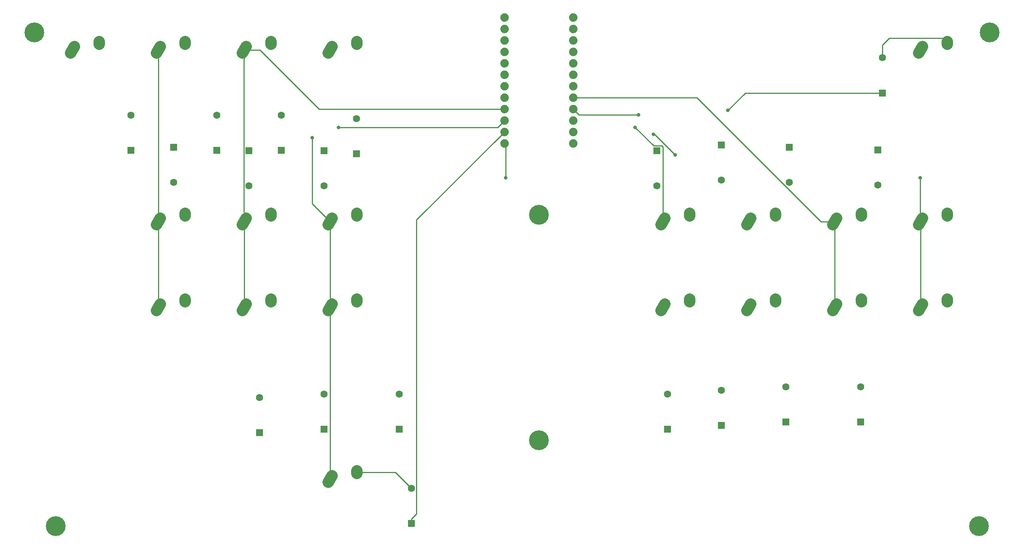
<source format=gtl>
G04 #@! TF.GenerationSoftware,KiCad,Pcbnew,5.0.1*
G04 #@! TF.CreationDate,2018-11-29T02:11:47-05:00*
G04 #@! TF.ProjectId,fightkeyb-pcb,66696768746B6579622D7063622E6B69,rev?*
G04 #@! TF.SameCoordinates,Original*
G04 #@! TF.FileFunction,Copper,L1,Top,Signal*
G04 #@! TF.FilePolarity,Positive*
%FSLAX46Y46*%
G04 Gerber Fmt 4.6, Leading zero omitted, Abs format (unit mm)*
G04 Created by KiCad (PCBNEW 5.0.1) date Thu 29 Nov 2018 02:11:47 AM EST*
%MOMM*%
%LPD*%
G01*
G04 APERTURE LIST*
G04 #@! TA.AperFunction,ComponentPad*
%ADD10C,1.879600*%
G04 #@! TD*
G04 #@! TA.AperFunction,ComponentPad*
%ADD11C,1.600000*%
G04 #@! TD*
G04 #@! TA.AperFunction,ComponentPad*
%ADD12R,1.600000X1.600000*%
G04 #@! TD*
G04 #@! TA.AperFunction,ComponentPad*
%ADD13C,2.500000*%
G04 #@! TD*
G04 #@! TA.AperFunction,Conductor*
%ADD14C,2.500000*%
G04 #@! TD*
G04 #@! TA.AperFunction,ComponentPad*
%ADD15C,4.400000*%
G04 #@! TD*
G04 #@! TA.AperFunction,ViaPad*
%ADD16C,0.800000*%
G04 #@! TD*
G04 #@! TA.AperFunction,Conductor*
%ADD17C,0.250000*%
G04 #@! TD*
G04 APERTURE END LIST*
D10*
G04 #@! TO.P,M2,24*
G04 #@! TO.N,Net-(M2-Pad24)*
X164782500Y-22860000D03*
G04 #@! TO.P,M2,23*
G04 #@! TO.N,Net-(M1-PadP$4)*
X164782500Y-25400000D03*
G04 #@! TO.P,M2,22*
G04 #@! TO.N,Net-(M1-PadP$3)*
X164782500Y-27940000D03*
G04 #@! TO.P,M2,21*
G04 #@! TO.N,Net-(M2-Pad21)*
X164782500Y-30480000D03*
G04 #@! TO.P,M2,20*
G04 #@! TO.N,Net-(M2-Pad20)*
X164782500Y-33020000D03*
G04 #@! TO.P,M2,19*
G04 #@! TO.N,Net-(K10-Pad1)*
X164782500Y-35560000D03*
G04 #@! TO.P,M2,18*
G04 #@! TO.N,Net-(K11-Pad1)*
X164782500Y-38100000D03*
G04 #@! TO.P,M2,17*
G04 #@! TO.N,Net-(K12-Pad1)*
X164782500Y-40640000D03*
G04 #@! TO.P,M2,16*
G04 #@! TO.N,Net-(D1-Pad1)*
X164782500Y-43180000D03*
G04 #@! TO.P,M2,15*
G04 #@! TO.N,Net-(D10-Pad1)*
X164782500Y-45720000D03*
G04 #@! TO.P,M2,14*
G04 #@! TO.N,Net-(M2-Pad14)*
X164782500Y-48260000D03*
G04 #@! TO.P,M2,13*
G04 #@! TO.N,Net-(M2-Pad13)*
X164782500Y-50800000D03*
G04 #@! TO.P,M2,12*
G04 #@! TO.N,Net-(D13-Pad1)*
X149542500Y-50800000D03*
G04 #@! TO.P,M2,11*
G04 #@! TO.N,Net-(D20-Pad1)*
X149542500Y-48260000D03*
G04 #@! TO.P,M2,10*
G04 #@! TO.N,Net-(K16-Pad1)*
X149542500Y-45720000D03*
G04 #@! TO.P,M2,9*
G04 #@! TO.N,Net-(K15-Pad1)*
X149542500Y-43180000D03*
G04 #@! TO.P,M2,8*
G04 #@! TO.N,Net-(K14-Pad1)*
X149542500Y-40640000D03*
G04 #@! TO.P,M2,7*
G04 #@! TO.N,Net-(K2-Pad1)*
X149542500Y-38100000D03*
G04 #@! TO.P,M2,6*
G04 #@! TO.N,Net-(M2-Pad6)*
X149542500Y-35560000D03*
G04 #@! TO.P,M2,5*
G04 #@! TO.N,Net-(M2-Pad5)*
X149542500Y-33020000D03*
G04 #@! TO.P,M2,4*
G04 #@! TO.N,Net-(M2-Pad4)*
X149542500Y-30480000D03*
G04 #@! TO.P,M2,3*
G04 #@! TO.N,Net-(M2-Pad3)*
X149542500Y-27940000D03*
G04 #@! TO.P,M2,2*
G04 #@! TO.N,Net-(M2-Pad2)*
X149542500Y-25400000D03*
G04 #@! TO.P,M2,1*
G04 #@! TO.N,Net-(M2-Pad1)*
X149542500Y-22860000D03*
G04 #@! TD*
D11*
G04 #@! TO.P,D1,2*
G04 #@! TO.N,Net-(D1-Pad2)*
X66675000Y-44531250D03*
D12*
G04 #@! TO.P,D1,1*
G04 #@! TO.N,Net-(D1-Pad1)*
X66675000Y-52331250D03*
G04 #@! TD*
G04 #@! TO.P,D2,1*
G04 #@! TO.N,Net-(D1-Pad1)*
X85725000Y-52331250D03*
D11*
G04 #@! TO.P,D2,2*
G04 #@! TO.N,Net-(D2-Pad2)*
X85725000Y-44531250D03*
G04 #@! TD*
G04 #@! TO.P,D3,2*
G04 #@! TO.N,Net-(D3-Pad2)*
X100012500Y-44531250D03*
D12*
G04 #@! TO.P,D3,1*
G04 #@! TO.N,Net-(D1-Pad1)*
X100012500Y-52331250D03*
G04 #@! TD*
G04 #@! TO.P,D4,1*
G04 #@! TO.N,Net-(D1-Pad1)*
X116681250Y-53100000D03*
D11*
G04 #@! TO.P,D4,2*
G04 #@! TO.N,Net-(D4-Pad2)*
X116681250Y-45300000D03*
G04 #@! TD*
G04 #@! TO.P,D5,2*
G04 #@! TO.N,Net-(D5-Pad2)*
X233362500Y-31818750D03*
D12*
G04 #@! TO.P,D5,1*
G04 #@! TO.N,Net-(D1-Pad1)*
X233362500Y-39618750D03*
G04 #@! TD*
D11*
G04 #@! TO.P,D6,2*
G04 #@! TO.N,Net-(D6-Pad2)*
X76200000Y-59475000D03*
D12*
G04 #@! TO.P,D6,1*
G04 #@! TO.N,Net-(D10-Pad1)*
X76200000Y-51675000D03*
G04 #@! TD*
G04 #@! TO.P,D7,1*
G04 #@! TO.N,Net-(D10-Pad1)*
X92868750Y-52443750D03*
D11*
G04 #@! TO.P,D7,2*
G04 #@! TO.N,Net-(D7-Pad2)*
X92868750Y-60243750D03*
G04 #@! TD*
G04 #@! TO.P,D8,2*
G04 #@! TO.N,Net-(D8-Pad2)*
X109537500Y-60243750D03*
D12*
G04 #@! TO.P,D8,1*
G04 #@! TO.N,Net-(D10-Pad1)*
X109537500Y-52443750D03*
G04 #@! TD*
G04 #@! TO.P,D9,1*
G04 #@! TO.N,Net-(D10-Pad1)*
X183356250Y-52443750D03*
D11*
G04 #@! TO.P,D9,2*
G04 #@! TO.N,Net-(D9-Pad2)*
X183356250Y-60243750D03*
G04 #@! TD*
G04 #@! TO.P,D10,2*
G04 #@! TO.N,Net-(D10-Pad2)*
X197643750Y-58987500D03*
D12*
G04 #@! TO.P,D10,1*
G04 #@! TO.N,Net-(D10-Pad1)*
X197643750Y-51187500D03*
G04 #@! TD*
G04 #@! TO.P,D11,1*
G04 #@! TO.N,Net-(D10-Pad1)*
X212725000Y-51650000D03*
D11*
G04 #@! TO.P,D11,2*
G04 #@! TO.N,Net-(D11-Pad2)*
X212725000Y-59450000D03*
G04 #@! TD*
D12*
G04 #@! TO.P,D12,1*
G04 #@! TO.N,Net-(D10-Pad1)*
X232410000Y-52285000D03*
D11*
G04 #@! TO.P,D12,2*
G04 #@! TO.N,Net-(D12-Pad2)*
X232410000Y-60085000D03*
G04 #@! TD*
D12*
G04 #@! TO.P,D13,1*
G04 #@! TO.N,Net-(D13-Pad1)*
X95250000Y-115012500D03*
D11*
G04 #@! TO.P,D13,2*
G04 #@! TO.N,Net-(D13-Pad2)*
X95250000Y-107212500D03*
G04 #@! TD*
G04 #@! TO.P,D14,2*
G04 #@! TO.N,Net-(D14-Pad2)*
X109537500Y-106443750D03*
D12*
G04 #@! TO.P,D14,1*
G04 #@! TO.N,Net-(D13-Pad1)*
X109537500Y-114243750D03*
G04 #@! TD*
G04 #@! TO.P,D15,1*
G04 #@! TO.N,Net-(D13-Pad1)*
X126206250Y-114243750D03*
D11*
G04 #@! TO.P,D15,2*
G04 #@! TO.N,Net-(D15-Pad2)*
X126206250Y-106443750D03*
G04 #@! TD*
G04 #@! TO.P,D16,2*
G04 #@! TO.N,Net-(D16-Pad2)*
X185737500Y-106443750D03*
D12*
G04 #@! TO.P,D16,1*
G04 #@! TO.N,Net-(D13-Pad1)*
X185737500Y-114243750D03*
G04 #@! TD*
G04 #@! TO.P,D17,1*
G04 #@! TO.N,Net-(D13-Pad1)*
X197643750Y-113437500D03*
D11*
G04 #@! TO.P,D17,2*
G04 #@! TO.N,Net-(D17-Pad2)*
X197643750Y-105637500D03*
G04 #@! TD*
G04 #@! TO.P,D18,2*
G04 #@! TO.N,Net-(D18-Pad2)*
X211931250Y-104831250D03*
D12*
G04 #@! TO.P,D18,1*
G04 #@! TO.N,Net-(D13-Pad1)*
X211931250Y-112631250D03*
G04 #@! TD*
G04 #@! TO.P,D19,1*
G04 #@! TO.N,Net-(D13-Pad1)*
X228600000Y-112631250D03*
D11*
G04 #@! TO.P,D19,2*
G04 #@! TO.N,Net-(D19-Pad2)*
X228600000Y-104831250D03*
G04 #@! TD*
G04 #@! TO.P,D20,2*
G04 #@! TO.N,Net-(D20-Pad2)*
X128905000Y-127385000D03*
D12*
G04 #@! TO.P,D20,1*
G04 #@! TO.N,Net-(D20-Pad1)*
X128905000Y-135185000D03*
G04 #@! TD*
D13*
G04 #@! TO.P,K2,1*
G04 #@! TO.N,Net-(K2-Pad1)*
X53745000Y-30067500D03*
D14*
G04 #@! TD*
G04 #@! TO.N,Net-(K2-Pad1)*
G04 #@! TO.C,K2*
X54150453Y-29337546D02*
X53339547Y-30797454D01*
D13*
G04 #@! TO.P,K2,2*
G04 #@! TO.N,Net-(D1-Pad2)*
X59670000Y-28547500D03*
D14*
G04 #@! TD*
G04 #@! TO.N,Net-(D1-Pad2)*
G04 #@! TO.C,K2*
X59689724Y-28258172D02*
X59650276Y-28836828D01*
D13*
G04 #@! TO.P,K3,2*
G04 #@! TO.N,Net-(D2-Pad2)*
X78720000Y-28547500D03*
D14*
G04 #@! TD*
G04 #@! TO.N,Net-(D2-Pad2)*
G04 #@! TO.C,K3*
X78739724Y-28258172D02*
X78700276Y-28836828D01*
D13*
G04 #@! TO.P,K3,1*
G04 #@! TO.N,Net-(K14-Pad1)*
X72795000Y-30067500D03*
D14*
G04 #@! TD*
G04 #@! TO.N,Net-(K14-Pad1)*
G04 #@! TO.C,K3*
X73200453Y-29337546D02*
X72389547Y-30797454D01*
D13*
G04 #@! TO.P,K4,1*
G04 #@! TO.N,Net-(K15-Pad1)*
X91845000Y-30067500D03*
D14*
G04 #@! TD*
G04 #@! TO.N,Net-(K15-Pad1)*
G04 #@! TO.C,K4*
X92250453Y-29337546D02*
X91439547Y-30797454D01*
D13*
G04 #@! TO.P,K4,2*
G04 #@! TO.N,Net-(D3-Pad2)*
X97770000Y-28547500D03*
D14*
G04 #@! TD*
G04 #@! TO.N,Net-(D3-Pad2)*
G04 #@! TO.C,K4*
X97789724Y-28258172D02*
X97750276Y-28836828D01*
D13*
G04 #@! TO.P,K5,2*
G04 #@! TO.N,Net-(D4-Pad2)*
X116820000Y-28547500D03*
D14*
G04 #@! TD*
G04 #@! TO.N,Net-(D4-Pad2)*
G04 #@! TO.C,K5*
X116839724Y-28258172D02*
X116800276Y-28836828D01*
D13*
G04 #@! TO.P,K5,1*
G04 #@! TO.N,Net-(K16-Pad1)*
X110895000Y-30067500D03*
D14*
G04 #@! TD*
G04 #@! TO.N,Net-(K16-Pad1)*
G04 #@! TO.C,K5*
X111300453Y-29337546D02*
X110489547Y-30797454D01*
D13*
G04 #@! TO.P,K6,1*
G04 #@! TO.N,Net-(K13-Pad1)*
X241863750Y-30067500D03*
D14*
G04 #@! TD*
G04 #@! TO.N,Net-(K13-Pad1)*
G04 #@! TO.C,K6*
X242269203Y-29337546D02*
X241458297Y-30797454D01*
D13*
G04 #@! TO.P,K6,2*
G04 #@! TO.N,Net-(D5-Pad2)*
X247788750Y-28547500D03*
D14*
G04 #@! TD*
G04 #@! TO.N,Net-(D5-Pad2)*
G04 #@! TO.C,K6*
X247808474Y-28258172D02*
X247769026Y-28836828D01*
D13*
G04 #@! TO.P,K7,2*
G04 #@! TO.N,Net-(D6-Pad2)*
X78720000Y-66647500D03*
D14*
G04 #@! TD*
G04 #@! TO.N,Net-(D6-Pad2)*
G04 #@! TO.C,K7*
X78739724Y-66358172D02*
X78700276Y-66936828D01*
D13*
G04 #@! TO.P,K7,1*
G04 #@! TO.N,Net-(K14-Pad1)*
X72795000Y-68167500D03*
D14*
G04 #@! TD*
G04 #@! TO.N,Net-(K14-Pad1)*
G04 #@! TO.C,K7*
X73200453Y-67437546D02*
X72389547Y-68897454D01*
D13*
G04 #@! TO.P,K8,1*
G04 #@! TO.N,Net-(K15-Pad1)*
X91845000Y-68167500D03*
D14*
G04 #@! TD*
G04 #@! TO.N,Net-(K15-Pad1)*
G04 #@! TO.C,K8*
X92250453Y-67437546D02*
X91439547Y-68897454D01*
D13*
G04 #@! TO.P,K8,2*
G04 #@! TO.N,Net-(D7-Pad2)*
X97770000Y-66647500D03*
D14*
G04 #@! TD*
G04 #@! TO.N,Net-(D7-Pad2)*
G04 #@! TO.C,K8*
X97789724Y-66358172D02*
X97750276Y-66936828D01*
D13*
G04 #@! TO.P,K9,2*
G04 #@! TO.N,Net-(D8-Pad2)*
X116820000Y-66647500D03*
D14*
G04 #@! TD*
G04 #@! TO.N,Net-(D8-Pad2)*
G04 #@! TO.C,K9*
X116839724Y-66358172D02*
X116800276Y-66936828D01*
D13*
G04 #@! TO.P,K9,1*
G04 #@! TO.N,Net-(K16-Pad1)*
X110895000Y-68167500D03*
D14*
G04 #@! TD*
G04 #@! TO.N,Net-(K16-Pad1)*
G04 #@! TO.C,K9*
X111300453Y-67437546D02*
X110489547Y-68897454D01*
D13*
G04 #@! TO.P,K10,2*
G04 #@! TO.N,Net-(D9-Pad2)*
X190638750Y-66647500D03*
D14*
G04 #@! TD*
G04 #@! TO.N,Net-(D9-Pad2)*
G04 #@! TO.C,K10*
X190658474Y-66358172D02*
X190619026Y-66936828D01*
D13*
G04 #@! TO.P,K10,1*
G04 #@! TO.N,Net-(K10-Pad1)*
X184713750Y-68167500D03*
D14*
G04 #@! TD*
G04 #@! TO.N,Net-(K10-Pad1)*
G04 #@! TO.C,K10*
X185119203Y-67437546D02*
X184308297Y-68897454D01*
D13*
G04 #@! TO.P,K11,1*
G04 #@! TO.N,Net-(K11-Pad1)*
X203763750Y-68167500D03*
D14*
G04 #@! TD*
G04 #@! TO.N,Net-(K11-Pad1)*
G04 #@! TO.C,K11*
X204169203Y-67437546D02*
X203358297Y-68897454D01*
D13*
G04 #@! TO.P,K11,2*
G04 #@! TO.N,Net-(D10-Pad2)*
X209688750Y-66647500D03*
D14*
G04 #@! TD*
G04 #@! TO.N,Net-(D10-Pad2)*
G04 #@! TO.C,K11*
X209708474Y-66358172D02*
X209669026Y-66936828D01*
D13*
G04 #@! TO.P,K12,2*
G04 #@! TO.N,Net-(D11-Pad2)*
X228738750Y-66647500D03*
D14*
G04 #@! TD*
G04 #@! TO.N,Net-(D11-Pad2)*
G04 #@! TO.C,K12*
X228758474Y-66358172D02*
X228719026Y-66936828D01*
D13*
G04 #@! TO.P,K12,1*
G04 #@! TO.N,Net-(K12-Pad1)*
X222813750Y-68167500D03*
D14*
G04 #@! TD*
G04 #@! TO.N,Net-(K12-Pad1)*
G04 #@! TO.C,K12*
X223219203Y-67437546D02*
X222408297Y-68897454D01*
D13*
G04 #@! TO.P,K13,1*
G04 #@! TO.N,Net-(K13-Pad1)*
X241863750Y-68167500D03*
D14*
G04 #@! TD*
G04 #@! TO.N,Net-(K13-Pad1)*
G04 #@! TO.C,K13*
X242269203Y-67437546D02*
X241458297Y-68897454D01*
D13*
G04 #@! TO.P,K13,2*
G04 #@! TO.N,Net-(D12-Pad2)*
X247788750Y-66647500D03*
D14*
G04 #@! TD*
G04 #@! TO.N,Net-(D12-Pad2)*
G04 #@! TO.C,K13*
X247808474Y-66358172D02*
X247769026Y-66936828D01*
D13*
G04 #@! TO.P,K14,1*
G04 #@! TO.N,Net-(K14-Pad1)*
X72795000Y-87217500D03*
D14*
G04 #@! TD*
G04 #@! TO.N,Net-(K14-Pad1)*
G04 #@! TO.C,K14*
X73200453Y-86487546D02*
X72389547Y-87947454D01*
D13*
G04 #@! TO.P,K14,2*
G04 #@! TO.N,Net-(D13-Pad2)*
X78720000Y-85697500D03*
D14*
G04 #@! TD*
G04 #@! TO.N,Net-(D13-Pad2)*
G04 #@! TO.C,K14*
X78739724Y-85408172D02*
X78700276Y-85986828D01*
D13*
G04 #@! TO.P,K15,2*
G04 #@! TO.N,Net-(D14-Pad2)*
X97770000Y-85697500D03*
D14*
G04 #@! TD*
G04 #@! TO.N,Net-(D14-Pad2)*
G04 #@! TO.C,K15*
X97789724Y-85408172D02*
X97750276Y-85986828D01*
D13*
G04 #@! TO.P,K15,1*
G04 #@! TO.N,Net-(K15-Pad1)*
X91845000Y-87217500D03*
D14*
G04 #@! TD*
G04 #@! TO.N,Net-(K15-Pad1)*
G04 #@! TO.C,K15*
X92250453Y-86487546D02*
X91439547Y-87947454D01*
D13*
G04 #@! TO.P,K16,1*
G04 #@! TO.N,Net-(K16-Pad1)*
X110895000Y-87217500D03*
D14*
G04 #@! TD*
G04 #@! TO.N,Net-(K16-Pad1)*
G04 #@! TO.C,K16*
X111300453Y-86487546D02*
X110489547Y-87947454D01*
D13*
G04 #@! TO.P,K16,2*
G04 #@! TO.N,Net-(D15-Pad2)*
X116820000Y-85697500D03*
D14*
G04 #@! TD*
G04 #@! TO.N,Net-(D15-Pad2)*
G04 #@! TO.C,K16*
X116839724Y-85408172D02*
X116800276Y-85986828D01*
D13*
G04 #@! TO.P,K17,2*
G04 #@! TO.N,Net-(D16-Pad2)*
X190638750Y-85697500D03*
D14*
G04 #@! TD*
G04 #@! TO.N,Net-(D16-Pad2)*
G04 #@! TO.C,K17*
X190658474Y-85408172D02*
X190619026Y-85986828D01*
D13*
G04 #@! TO.P,K17,1*
G04 #@! TO.N,Net-(K10-Pad1)*
X184713750Y-87217500D03*
D14*
G04 #@! TD*
G04 #@! TO.N,Net-(K10-Pad1)*
G04 #@! TO.C,K17*
X185119203Y-86487546D02*
X184308297Y-87947454D01*
D13*
G04 #@! TO.P,K18,1*
G04 #@! TO.N,Net-(K11-Pad1)*
X203763750Y-87217500D03*
D14*
G04 #@! TD*
G04 #@! TO.N,Net-(K11-Pad1)*
G04 #@! TO.C,K18*
X204169203Y-86487546D02*
X203358297Y-87947454D01*
D13*
G04 #@! TO.P,K18,2*
G04 #@! TO.N,Net-(D17-Pad2)*
X209688750Y-85697500D03*
D14*
G04 #@! TD*
G04 #@! TO.N,Net-(D17-Pad2)*
G04 #@! TO.C,K18*
X209708474Y-85408172D02*
X209669026Y-85986828D01*
D13*
G04 #@! TO.P,K19,2*
G04 #@! TO.N,Net-(D18-Pad2)*
X228738750Y-85697500D03*
D14*
G04 #@! TD*
G04 #@! TO.N,Net-(D18-Pad2)*
G04 #@! TO.C,K19*
X228758474Y-85408172D02*
X228719026Y-85986828D01*
D13*
G04 #@! TO.P,K19,1*
G04 #@! TO.N,Net-(K12-Pad1)*
X222813750Y-87217500D03*
D14*
G04 #@! TD*
G04 #@! TO.N,Net-(K12-Pad1)*
G04 #@! TO.C,K19*
X223219203Y-86487546D02*
X222408297Y-87947454D01*
D13*
G04 #@! TO.P,K20,2*
G04 #@! TO.N,Net-(D19-Pad2)*
X247788750Y-85697500D03*
D14*
G04 #@! TD*
G04 #@! TO.N,Net-(D19-Pad2)*
G04 #@! TO.C,K20*
X247808474Y-85408172D02*
X247769026Y-85986828D01*
D13*
G04 #@! TO.P,K20,1*
G04 #@! TO.N,Net-(K13-Pad1)*
X241863750Y-87217500D03*
D14*
G04 #@! TD*
G04 #@! TO.N,Net-(K13-Pad1)*
G04 #@! TO.C,K20*
X242269203Y-86487546D02*
X241458297Y-87947454D01*
D13*
G04 #@! TO.P,K21,1*
G04 #@! TO.N,Net-(K16-Pad1)*
X110895000Y-125317500D03*
D14*
G04 #@! TD*
G04 #@! TO.N,Net-(K16-Pad1)*
G04 #@! TO.C,K21*
X111300453Y-124587546D02*
X110489547Y-126047454D01*
D13*
G04 #@! TO.P,K21,2*
G04 #@! TO.N,Net-(D20-Pad2)*
X116820000Y-123797500D03*
D14*
G04 #@! TD*
G04 #@! TO.N,Net-(D20-Pad2)*
G04 #@! TO.C,K21*
X116839724Y-123508172D02*
X116800276Y-124086828D01*
D15*
G04 #@! TO.P,REF\002A\002A,1*
G04 #@! TO.N,N/C*
X50006250Y-135731250D03*
G04 #@! TD*
G04 #@! TO.P,REF\002A\002A,1*
G04 #@! TO.N,N/C*
X254793750Y-135731250D03*
G04 #@! TD*
G04 #@! TO.P,REF\002A\002A,1*
G04 #@! TO.N,N/C*
X257175000Y-26193750D03*
G04 #@! TD*
G04 #@! TO.P,REF\002A\002A,1*
G04 #@! TO.N,N/C*
X45243750Y-26193750D03*
G04 #@! TD*
G04 #@! TO.P,REF\002A\002A,1*
G04 #@! TO.N,N/C*
X157162500Y-66675000D03*
G04 #@! TD*
G04 #@! TO.P,REF\002A\002A,1*
G04 #@! TO.N,N/C*
X157162500Y-116681250D03*
G04 #@! TD*
D16*
G04 #@! TO.N,Net-(D1-Pad1)*
X199136000Y-43434000D03*
X179324000Y-44450000D03*
G04 #@! TO.N,Net-(D13-Pad1)*
X149860000Y-58420000D03*
G04 #@! TO.N,Net-(K16-Pad1)*
X106934000Y-49530000D03*
X112776000Y-47244000D03*
G04 #@! TO.N,Net-(K13-Pad1)*
X241808000Y-58420000D03*
G04 #@! TO.N,Net-(K10-Pad1)*
X178562000Y-47244000D03*
G04 #@! TO.N,Net-(K11-Pad1)*
X187452000Y-53340000D03*
X182626000Y-48768000D03*
G04 #@! TD*
D17*
G04 #@! TO.N,Net-(D1-Pad1)*
X233362500Y-39618750D02*
X202951250Y-39618750D01*
X202951250Y-39618750D02*
X199136000Y-43434000D01*
X166052500Y-44450000D02*
X164782500Y-43180000D01*
X179324000Y-44450000D02*
X166052500Y-44450000D01*
G04 #@! TO.N,Net-(D5-Pad2)*
X233362500Y-31818750D02*
X233362500Y-29019500D01*
X246714218Y-27472968D02*
X247788750Y-28547500D01*
X234909032Y-27472968D02*
X246714218Y-27472968D01*
X233362500Y-29019500D02*
X234909032Y-27472968D01*
G04 #@! TO.N,Net-(D13-Pad1)*
X149860000Y-51117500D02*
X149542500Y-50800000D01*
X149860000Y-58420000D02*
X149860000Y-51117500D01*
G04 #@! TO.N,Net-(D20-Pad2)*
X125317500Y-123797500D02*
X128905000Y-127385000D01*
X116820000Y-123797500D02*
X125317500Y-123797500D01*
G04 #@! TO.N,Net-(D20-Pad1)*
X128905000Y-134135000D02*
X128905000Y-135185000D01*
X130030001Y-67772499D02*
X130030001Y-133009999D01*
X130030001Y-133009999D02*
X128905000Y-134135000D01*
X149542500Y-48260000D02*
X130030001Y-67772499D01*
G04 #@! TO.N,Net-(K14-Pad1)*
X72795000Y-33402834D02*
X72795000Y-68167500D01*
X72795000Y-30067500D02*
X72795000Y-33402834D01*
X72795000Y-68167500D02*
X72795000Y-87217500D01*
G04 #@! TO.N,Net-(K15-Pad1)*
X95319666Y-30067500D02*
X93374885Y-30067500D01*
X93374885Y-30067500D02*
X91845000Y-30067500D01*
X108432166Y-43180000D02*
X95319666Y-30067500D01*
X149542500Y-43180000D02*
X108432166Y-43180000D01*
X91743749Y-66057071D02*
X91845000Y-66158322D01*
X91743749Y-32177929D02*
X91743749Y-66057071D01*
X91845000Y-32076678D02*
X91743749Y-32177929D01*
X91845000Y-66158322D02*
X91845000Y-68167500D01*
X91845000Y-30067500D02*
X91845000Y-32076678D01*
X91845000Y-68167500D02*
X91845000Y-87217500D01*
G04 #@! TO.N,Net-(K16-Pad1)*
X106934000Y-64206500D02*
X110895000Y-68167500D01*
X106934000Y-49530000D02*
X106934000Y-64206500D01*
X110895000Y-68167500D02*
X110895000Y-87217500D01*
X110895000Y-87217500D02*
X110895000Y-125317500D01*
X116402252Y-47244000D02*
X112776000Y-47244000D01*
X149542500Y-45720000D02*
X148018500Y-47244000D01*
X148018500Y-47244000D02*
X116402252Y-47244000D01*
G04 #@! TO.N,Net-(K13-Pad1)*
X241808000Y-68111750D02*
X241863750Y-68167500D01*
X241808000Y-58420000D02*
X241808000Y-68111750D01*
X241863750Y-68167500D02*
X241863750Y-87217500D01*
G04 #@! TO.N,Net-(K10-Pad1)*
X184713750Y-51616248D02*
X184713750Y-66158322D01*
X184416251Y-51318749D02*
X184713750Y-51616248D01*
X182636749Y-51318749D02*
X184416251Y-51318749D01*
X184713750Y-66158322D02*
X184713750Y-68167500D01*
X178562000Y-47244000D02*
X182636749Y-51318749D01*
G04 #@! TO.N,Net-(K11-Pad1)*
X187452000Y-53340000D02*
X182880000Y-48768000D01*
X182880000Y-48768000D02*
X182626000Y-48768000D01*
G04 #@! TO.N,Net-(K12-Pad1)*
X222813750Y-87217500D02*
X222813750Y-68167500D01*
X166111577Y-40640000D02*
X164782500Y-40640000D01*
X192249998Y-40640000D02*
X166111577Y-40640000D01*
X219777498Y-68167500D02*
X192249998Y-40640000D01*
X222813750Y-68167500D02*
X219777498Y-68167500D01*
G04 #@! TD*
M02*

</source>
